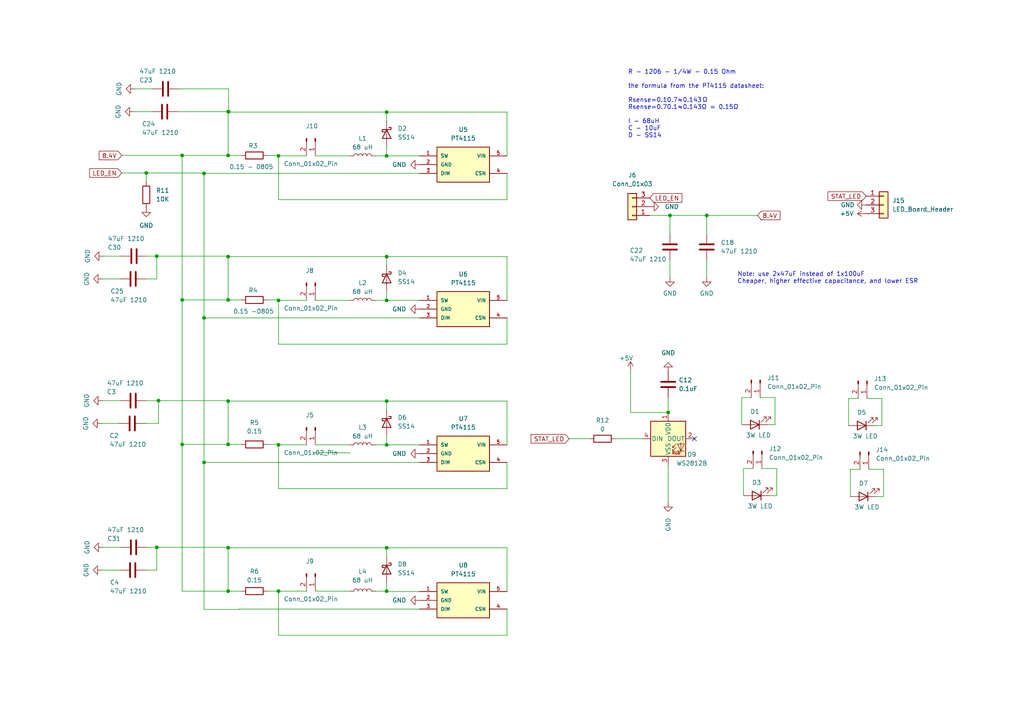
<source format=kicad_sch>
(kicad_sch (version 20230121) (generator eeschema)
  (paper "A4")
  (title_block (title "OpenActionCam") (date "2025-04-10") (rev "0.2") (company "KBader94") (comment 1 "https://github.com/kbader94/OpenActionCam"))
  (lib_symbols
    (symbol "+5V_1" (power) (pin_names (offset 0))
      (property "Value" "+5V_1" (at 0 3.556 0))
      (symbol "+5V_1_0_1"
        (polyline (pts (xy -0.762 1.27) (xy 0 2.54)))
        (polyline (pts (xy 0 0) (xy 0 2.54)))
        (polyline (pts (xy 0 2.54) (xy 0.762 1.27)))
      )
      (symbol "+5V_1_1_1"
        (pin power_in line (at 0 0 90) (length 0) hide (name "+5V") (number "1"))
      )
    )
    (symbol "Connector:Conn_01x02_Pin" (pin_names (offset 1.016) hide)
      (property "Reference" "J" (at 0 2.54 0))
      (property "Value" "Conn_01x02_Pin" (at 0 -5.08 0))
      (symbol "Conn_01x02_Pin_1_1"
        (polyline (pts (xy 1.27 -2.54) (xy 0.8636 -2.54)) (stroke (width 0.1524)))
        (polyline (pts (xy 1.27 0) (xy 0.8636 0)) (stroke (width 0.1524)))
        (rectangle (start 0.8636 -2.413) (end 0 -2.667) (stroke (width 0.1524)) (fill (type outline)))
        (rectangle (start 0.8636 0.127) (end 0 -0.127) (stroke (width 0.1524)) (fill (type outline)))
        (pin passive line (at 5.08 0 180) (length 3.81) (name "Pin_1") (number "1"))
        (pin passive line (at 5.08 -2.54 180) (length 3.81) (name "Pin_2") (number "2"))
      )
    )
    (symbol "Connector_Generic:Conn_01x03" (pin_names (offset 1.016) hide)
      (property "Reference" "J" (at 0 5.08 0))
      (property "Value" "Conn_01x03" (at 0 -5.08 0))
      (symbol "Conn_01x03_1_1"
        (rectangle (start -1.27 -2.413) (end 0 -2.667) (stroke (width 0.1524)))
        (rectangle (start -1.27 0.127) (end 0 -0.127) (stroke (width 0.1524)))
        (rectangle (start -1.27 2.667) (end 0 2.413) (stroke (width 0.1524)))
        (rectangle (start -1.27 3.81) (end 1.27 -3.81) (stroke (width 0.254)) (fill (type background)))
        (pin passive line (at -5.08 2.54 0) (length 3.81) (name "Pin_1") (number "1"))
        (pin passive line (at -5.08 0 0) (length 3.81) (name "Pin_2") (number "2"))
        (pin passive line (at -5.08 -2.54 0) (length 3.81) (name "Pin_3") (number "3"))
      )
    )
    (symbol "Device:C" (pin_numbers hide) (pin_names (offset 0.254))
      (property "Reference" "C" (at 0.635 2.54 0))
      (property "Value" "C" (at 0.635 -2.54 0))
      (symbol "C_0_1"
        (polyline (pts (xy -2.032 -0.762) (xy 2.032 -0.762)) (stroke (width 0.508)))
        (polyline (pts (xy -2.032 0.762) (xy 2.032 0.762)) (stroke (width 0.508)))
      )
      (symbol "C_1_1"
        (pin passive line (at 0 3.81 270) (length 2.794) (name "~") (number "1"))
        (pin passive line (at 0 -3.81 90) (length 2.794) (name "~") (number "2"))
      )
    )
    (symbol "Device:D_Schottky" (pin_numbers hide) (pin_names (offset 1.016) hide)
      (property "Reference" "D" (at 0 2.54 0))
      (property "Value" "D_Schottky" (at 0 -2.54 0))
      (symbol "D_Schottky_0_1"
        (polyline (pts (xy 1.27 0) (xy -1.27 0)))
        (polyline (pts (xy 1.27 1.27) (xy 1.27 -1.27) (xy -1.27 0) (xy 1.27 1.27)) (stroke (width 0.254)))
        (polyline (pts (xy -1.905 0.635) (xy -1.905 1.27) (xy -1.27 1.27) (xy -1.27 -1.27) (xy -0.635 -1.27) (xy -0.635 -0.635)) (stroke (width 0.254)))
      )
      (symbol "D_Schottky_1_1"
        (pin passive line (at -3.81 0 0) (length 2.54) (name "K") (number "1"))
        (pin passive line (at 3.81 0 180) (length 2.54) (name "A") (number "2"))
      )
    )
    (symbol "Device:L" (pin_numbers hide) (pin_names (offset 1.016) hide)
      (property "Reference" "L" (at -1.27 0 90))
      (property "Value" "L" (at 1.905 0 90))
      (symbol "L_0_1"
        (arc (start 0 -2.54) (mid 0.6323 -1.905) (end 0 -1.27))
        (arc (start 0 -1.27) (mid 0.6323 -0.635) (end 0 0))
        (arc (start 0 0) (mid 0.6323 0.635) (end 0 1.27))
        (arc (start 0 1.27) (mid 0.6323 1.905) (end 0 2.54))
      )
      (symbol "L_1_1"
        (pin passive line (at 0 3.81 270) (length 1.27) (name "1") (number "1"))
        (pin passive line (at 0 -3.81 90) (length 1.27) (name "2") (number "2"))
      )
    )
    (symbol "Device:LED" (pin_numbers hide) (pin_names (offset 1.016) hide)
      (property "Reference" "D" (at 0 2.54 0))
      (property "Value" "LED" (at 0 -2.54 0))
      (symbol "LED_0_1"
        (polyline (pts (xy -1.27 -1.27) (xy -1.27 1.27)) (stroke (width 0.254)))
        (polyline (pts (xy -1.27 0) (xy 1.27 0)))
        (polyline (pts (xy 1.27 -1.27) (xy 1.27 1.27) (xy -1.27 0) (xy 1.27 -1.27)) (stroke (width 0.254)))
        (polyline (pts (xy -3.048 -0.762) (xy -4.572 -2.286) (xy -3.81 -2.286) (xy -4.572 -2.286) (xy -4.572 -1.524)))
        (polyline (pts (xy -1.778 -0.762) (xy -3.302 -2.286) (xy -2.54 -2.286) (xy -3.302 -2.286) (xy -3.302 -1.524)))
      )
      (symbol "LED_1_1"
        (pin passive line (at -3.81 0 0) (length 2.54) (name "K") (number "1"))
        (pin passive line (at 3.81 0 180) (length 2.54) (name "A") (number "2"))
      )
    )
    (symbol "Device:R" (pin_numbers hide) (pin_names (offset 0))
      (property "Reference" "R" (at 2.032 0 90))
      (property "Value" "R" (at 0 0 90))
      (symbol "R_0_1"
        (rectangle (start -1.016 -2.54) (end 1.016 2.54) (stroke (width 0.254)))
      )
      (symbol "R_1_1"
        (pin passive line (at 0 3.81 270) (length 1.27) (name "~") (number "1"))
        (pin passive line (at 0 -3.81 90) (length 1.27) (name "~") (number "2"))
      )
    )
    (symbol "LED:WS2812B" (pin_names (offset 0.254))
      (property "Reference" "D" (at 5.08 5.715 0))
      (property "Value" "WS2812B" (at 1.27 -5.715 0))
      (symbol "WS2812B_0_0"
        (text "RGB" (at 2.286 -4.191 0) (effects (font (size 0.762 0.762))))
      )
      (symbol "WS2812B_0_1"
        (polyline (pts (xy 1.27 -3.556) (xy 1.778 -3.556)))
        (polyline (pts (xy 1.27 -2.54) (xy 1.778 -2.54)))
        (polyline (pts (xy 4.699 -3.556) (xy 2.667 -3.556)))
        (polyline (pts (xy 2.286 -2.54) (xy 1.27 -3.556) (xy 1.27 -3.048)))
        (polyline (pts (xy 2.286 -1.524) (xy 1.27 -2.54) (xy 1.27 -2.032)))
        (polyline (pts (xy 3.683 -1.016) (xy 3.683 -3.556) (xy 3.683 -4.064)))
        (polyline (pts (xy 4.699 -1.524) (xy 2.667 -1.524) (xy 3.683 -3.556) (xy 4.699 -1.524)))
        (rectangle (start 5.08 5.08) (end -5.08 -5.08) (stroke (width 0.254)) (fill (type background)))
      )
      (symbol "WS2812B_1_1"
        (pin power_in line (at 0 7.62 270) (length 2.54) (name "VDD") (number "1"))
        (pin output line (at 7.62 0 180) (length 2.54) (name "DOUT") (number "2"))
        (pin power_in line (at 0 -7.62 90) (length 2.54) (name "VSS") (number "3"))
        (pin input line (at -7.62 0 0) (length 2.54) (name "DIN") (number "4"))
      )
    )
    (symbol "PT4115:PT4115" (pin_names (offset 1.016))
      (property "Reference" "U" (at 0 0 0))
      (property "Value" "PT4115" (at 0 0 0))
      (symbol "PT4115_0_0"
        (rectangle (start -7.62 -5.08) (end 7.62 5.08) (stroke (width 0.254)) (fill (type background)))
        (pin bidirectional line (at -12.7 2.54 0) (length 5.08) (name "SW") (number "1"))
        (pin bidirectional line (at -12.7 0 0) (length 5.08) (name "GND") (number "2"))
        (pin bidirectional line (at -12.7 -2.54 0) (length 5.08) (name "DIM") (number "3"))
        (pin bidirectional line (at 12.7 -2.54 180) (length 5.08) (name "CSN") (number "4"))
        (pin bidirectional line (at 12.7 2.54 180) (length 5.08) (name "VIN") (number "5"))
      )
    )
    (symbol "power:+5V" (power) (pin_names (offset 0))
      (property "Value" "+5V" (at 0 3.556 0))
      (symbol "+5V_0_1"
        (polyline (pts (xy -0.762 1.27) (xy 0 2.54)))
        (polyline (pts (xy 0 0) (xy 0 2.54)))
        (polyline (pts (xy 0 2.54) (xy 0.762 1.27)))
      )
      (symbol "+5V_1_1"
        (pin power_in line (at 0 0 90) (length 0) hide (name "+5V") (number "1"))
      )
    )
    (symbol "power:GND" (power) (pin_names (offset 0))
      (property "Value" "GND" (at 0 -3.81 0))
      (symbol "GND_0_1"
        (polyline (pts (xy 0 0) (xy 0 -1.27) (xy 1.27 -1.27) (xy 0 -2.54) (xy -1.27 -1.27) (xy 0 -1.27)))
      )
      (symbol "GND_1_1"
        (pin power_in line (at 0 0 270) (length 0) hide (name "GND") (number "1"))
      )
    )
  )
  (junction (at 112.141 171.45))
  (junction (at 80.772 87.122))
  (junction (at 193.802 119.634))
  (junction (at 80.772 45.212))
  (junction (at 66.167 45.085))
  (junction (at 66.167 158.877))
  (junction (at 66.167 86.995))
  (junction (at 112.141 129.032))
  (junction (at 112.141 45.212))
  (junction (at 59.182 134.112))
  (junction (at 66.167 171.45))
  (junction (at 45.466 158.75))
  (junction (at 59.182 92.202))
  (junction (at 80.772 171.45))
  (junction (at 59.182 50.292))
  (junction (at 66.294 32.385))
  (junction (at 66.167 116.332))
  (junction (at 112.141 158.877))
  (junction (at 112.141 116.332))
  (junction (at 194.31 62.484))
  (junction (at 80.772 129.032))
  (junction (at 45.466 74.295))
  (junction (at 112.141 87.122))
  (junction (at 204.978 62.484))
  (junction (at 45.974 116.205))
  (junction (at 66.167 74.422))
  (junction (at 112.141 32.512))
  (junction (at 42.418 50.165))
  (junction (at 112.141 74.422))
  (junction (at 66.167 32.385))
  (junction (at 52.832 45.085))
  (junction (at 52.832 86.995))
  (junction (at 66.167 128.905))
  (junction (at 52.832 128.905))
  (no_connect (at 201.422 127.254))
  (wire (pts (xy 188.468 62.484) (xy 194.31 62.484)))
  (wire (pts (xy 66.167 32.385) (xy 66.294 32.385)))
  (wire (pts (xy 29.718 80.899) (xy 34.798 80.899)))
  (wire (pts (xy 165.1 127.254) (xy 170.942 127.254)))
  (wire (pts (xy 35.306 45.085) (xy 52.832 45.085)))
  (wire (pts (xy 91.44 171.45) (xy 101.346 171.45)))
  (wire (pts (xy 80.772 45.212) (xy 88.9 45.212)))
  (wire (pts (xy 80.772 87.122) (xy 80.772 86.995)))
  (wire (pts (xy 77.597 86.995) (xy 80.772 86.995)))
  (wire (pts (xy 69.342 176.784) (xy 59.182 176.784)))
  (wire (pts (xy 218.44 135.89) (xy 215.646 135.89)))
  (wire (pts (xy 147.066 74.422) (xy 147.066 87.122)))
  (wire (pts (xy 80.772 99.822) (xy 147.066 99.822)))
  (wire (pts (xy 45.974 122.809) (xy 45.974 116.205)))
  (wire (pts (xy 112.141 171.577) (xy 121.666 171.577)))
  (wire (pts (xy 59.182 134.112) (xy 59.182 176.784)))
  (wire (pts (xy 225.298 143.764) (xy 223.266 143.764)))
  (wire (pts (xy 108.966 87.122) (xy 112.141 87.122)))
  (wire (pts (xy 66.167 74.422) (xy 112.141 74.422)))
  (wire (pts (xy 52.832 171.45) (xy 66.167 171.45)))
  (wire (pts (xy 42.418 116.205) (xy 45.974 116.205)))
  (wire (pts (xy 66.294 25.781) (xy 66.294 32.385)))
  (wire (pts (xy 29.464 122.809) (xy 34.544 122.809)))
  (wire (pts (xy 77.597 171.45) (xy 80.772 171.45)))
  (wire (pts (xy 215.138 115.316) (xy 215.138 123.19)))
  (wire (pts (xy 246.126 115.57) (xy 246.126 123.444)))
  (wire (pts (xy 80.772 184.277) (xy 147.066 184.277)))
  (wire (pts (xy 66.167 116.332) (xy 66.167 128.905)))
  (wire (pts (xy 224.79 115.316) (xy 224.79 123.19)))
  (wire (pts (xy 220.98 135.89) (xy 225.298 135.89)))
  (wire (pts (xy 45.466 80.899) (xy 45.466 74.295)))
  (wire (pts (xy 42.418 50.165) (xy 59.182 50.165)))
  (wire (pts (xy 42.418 80.899) (xy 45.466 80.899)))
  (wire (pts (xy 59.182 50.292) (xy 59.182 50.165)))
  (wire (pts (xy 69.342 176.657) (xy 121.666 176.657)))
  (wire (pts (xy 45.974 116.205) (xy 66.167 116.205)))
  (wire (pts (xy 80.772 99.822) (xy 80.772 87.122)))
  (wire (pts (xy 112.141 169.037) (xy 112.141 171.45)))
  (wire (pts (xy 147.066 99.822) (xy 147.066 92.202)))
  (wire (pts (xy 112.141 129.032) (xy 121.666 129.032)))
  (wire (pts (xy 52.832 86.995) (xy 52.832 128.905)))
  (wire (pts (xy 52.832 128.905) (xy 66.167 128.905)))
  (wire (pts (xy 29.972 74.295) (xy 35.052 74.295)))
  (wire (pts (xy 42.545 158.75) (xy 45.466 158.75)))
  (wire (pts (xy 51.562 32.385) (xy 66.167 32.385)))
  (wire (pts (xy 108.966 129.032) (xy 112.141 129.032)))
  (wire (pts (xy 112.141 32.512) (xy 112.141 35.052)))
  (wire (pts (xy 101.346 131.318) (xy 101.346 131.572)))
  (wire (pts (xy 77.597 45.085) (xy 80.772 45.085)))
  (wire (pts (xy 29.591 165.354) (xy 34.671 165.354)))
  (wire (pts (xy 182.88 119.634) (xy 193.802 119.634)))
  (wire (pts (xy 112.141 158.877) (xy 112.141 161.417)))
  (wire (pts (xy 66.167 158.877) (xy 66.167 171.45)))
  (wire (pts (xy 194.31 80.518) (xy 194.31 75.438)))
  (wire (pts (xy 147.066 184.277) (xy 147.066 176.657)))
  (wire (pts (xy 91.44 45.212) (xy 101.346 45.212)))
  (wire (pts (xy 112.141 42.672) (xy 112.141 45.212)))
  (wire (pts (xy 248.92 115.57) (xy 246.126 115.57)))
  (wire (pts (xy 80.772 87.122) (xy 88.9 87.122)))
  (wire (pts (xy 59.182 50.292) (xy 59.182 92.202)))
  (wire (pts (xy 66.167 45.085) (xy 69.977 45.085)))
  (wire (pts (xy 29.845 158.75) (xy 34.925 158.75)))
  (wire (pts (xy 204.978 62.484) (xy 219.71 62.484)))
  (wire (pts (xy 91.44 129.032) (xy 101.346 129.032)))
  (wire (pts (xy 80.772 57.912) (xy 80.772 45.212)))
  (wire (pts (xy 42.418 52.705) (xy 42.418 50.165)))
  (wire (pts (xy 59.182 92.202) (xy 59.182 134.112)))
  (wire (pts (xy 42.672 74.295) (xy 45.466 74.295)))
  (wire (pts (xy 66.167 74.422) (xy 66.167 74.295)))
  (wire (pts (xy 215.646 135.89) (xy 215.646 143.764)))
  (wire (pts (xy 225.298 135.89) (xy 225.298 143.764)))
  (wire (pts (xy 59.182 92.202) (xy 121.666 92.202)))
  (wire (pts (xy 112.141 126.492) (xy 112.141 129.032)))
  (wire (pts (xy 52.832 128.905) (xy 52.832 171.45)))
  (wire (pts (xy 66.167 32.385) (xy 66.167 45.085)))
  (wire (pts (xy 45.466 74.295) (xy 66.167 74.295)))
  (wire (pts (xy 220.472 115.316) (xy 224.79 115.316)))
  (wire (pts (xy 91.44 131.318) (xy 101.346 131.318)))
  (wire (pts (xy 80.772 171.45) (xy 88.9 171.45)))
  (wire (pts (xy 112.141 32.512) (xy 147.066 32.512)))
  (wire (pts (xy 147.066 32.512) (xy 147.066 45.212)))
  (wire (pts (xy 147.066 141.732) (xy 147.066 134.112)))
  (wire (pts (xy 193.802 134.874) (xy 193.802 145.796)))
  (wire (pts (xy 246.634 136.144) (xy 246.634 144.018)))
  (wire (pts (xy 147.066 158.877) (xy 147.066 171.577)))
  (wire (pts (xy 39.116 25.781) (xy 44.196 25.781)))
  (wire (pts (xy 59.182 134.112) (xy 121.666 134.112)))
  (wire (pts (xy 80.772 184.277) (xy 80.772 171.45)))
  (wire (pts (xy 59.182 50.292) (xy 121.666 50.292)))
  (wire (pts (xy 66.167 86.995) (xy 52.832 86.995)))
  (wire (pts (xy 80.772 129.032) (xy 80.772 141.732)))
  (wire (pts (xy 193.802 115.316) (xy 193.802 119.634)))
  (wire (pts (xy 108.966 171.45) (xy 112.141 171.45)))
  (wire (pts (xy 178.562 127.254) (xy 186.182 127.254)))
  (wire (pts (xy 77.597 128.905) (xy 80.772 128.905)))
  (wire (pts (xy 204.978 80.518) (xy 204.978 75.438)))
  (wire (pts (xy 66.167 116.332) (xy 66.167 116.205)))
  (wire (pts (xy 66.167 158.877) (xy 66.167 158.75)))
  (wire (pts (xy 112.141 116.332) (xy 112.141 118.872)))
  (wire (pts (xy 66.294 32.512) (xy 66.294 32.385)))
  (wire (pts (xy 66.167 158.877) (xy 112.141 158.877)))
  (wire (pts (xy 45.466 165.354) (xy 45.466 158.75)))
  (wire (pts (xy 66.167 86.995) (xy 69.977 86.995)))
  (wire (pts (xy 80.772 141.732) (xy 147.066 141.732)))
  (wire (pts (xy 80.772 129.032) (xy 80.772 128.905)))
  (wire (pts (xy 35.306 50.165) (xy 42.418 50.165)))
  (wire (pts (xy 112.141 171.45) (xy 112.141 171.577)))
  (wire (pts (xy 42.291 165.354) (xy 45.466 165.354)))
  (wire (pts (xy 52.832 86.995) (xy 52.832 45.085)))
  (wire (pts (xy 251.968 136.144) (xy 256.286 136.144)))
  (wire (pts (xy 147.066 116.332) (xy 147.066 129.032)))
  (wire (pts (xy 66.167 74.422) (xy 66.167 86.995)))
  (wire (pts (xy 255.778 123.444) (xy 253.746 123.444)))
  (wire (pts (xy 29.718 116.205) (xy 34.798 116.205)))
  (wire (pts (xy 224.79 123.19) (xy 222.758 123.19)))
  (wire (pts (xy 108.966 45.212) (xy 112.141 45.212)))
  (wire (pts (xy 66.167 116.332) (xy 112.141 116.332)))
  (wire (pts (xy 38.862 32.385) (xy 43.942 32.385)))
  (wire (pts (xy 80.772 45.212) (xy 80.772 45.085)))
  (wire (pts (xy 204.978 62.484) (xy 204.978 67.818)))
  (wire (pts (xy 251.46 115.57) (xy 255.778 115.57)))
  (wire (pts (xy 112.141 84.582) (xy 112.141 87.122)))
  (wire (pts (xy 112.141 116.332) (xy 147.066 116.332)))
  (wire (pts (xy 80.772 57.912) (xy 147.066 57.912)))
  (wire (pts (xy 147.066 57.912) (xy 147.066 50.292)))
  (wire (pts (xy 52.832 45.085) (xy 66.167 45.085)))
  (wire (pts (xy 69.342 176.784) (xy 69.342 176.657)))
  (wire (pts (xy 112.141 158.877) (xy 147.066 158.877)))
  (wire (pts (xy 66.167 171.45) (xy 69.977 171.45)))
  (wire (pts (xy 51.816 25.781) (xy 66.294 25.781)))
  (wire (pts (xy 42.164 122.809) (xy 45.974 122.809)))
  (wire (pts (xy 182.88 107.442) (xy 182.88 119.634)))
  (wire (pts (xy 112.141 87.122) (xy 121.666 87.122)))
  (wire (pts (xy 217.932 115.316) (xy 215.138 115.316)))
  (wire (pts (xy 249.428 136.144) (xy 246.634 136.144)))
  (wire (pts (xy 91.44 87.122) (xy 101.346 87.122)))
  (wire (pts (xy 112.141 74.422) (xy 112.141 76.962)))
  (wire (pts (xy 255.778 115.57) (xy 255.778 123.444)))
  (wire (pts (xy 66.294 32.512) (xy 112.141 32.512)))
  (wire (pts (xy 45.466 158.75) (xy 66.167 158.75)))
  (wire (pts (xy 66.167 128.905) (xy 69.977 128.905)))
  (wire (pts (xy 194.31 62.484) (xy 194.31 67.818)))
  (wire (pts (xy 256.286 144.018) (xy 254.254 144.018)))
  (wire (pts (xy 256.286 136.144) (xy 256.286 144.018)))
  (wire (pts (xy 80.772 129.032) (xy 88.9 129.032)))
  (wire (pts (xy 194.31 62.484) (xy 204.978 62.484)))
  (wire (pts (xy 112.141 74.422) (xy 147.066 74.422)))
  (wire (pts (xy 112.141 45.212) (xy 121.666 45.212)))
  (text "R - 1206 - 1/4W - 0.15 Ohm\n\nthe formula from the PT4115 datasheet:\n\nRsense=0.10.7≈0.143 Ω\nRsense​=0.70.1​≈0.143Ω = 0.15Ω\n\nI - 68uH\nC - 10uF\nD - SS14\n" (at 182.118 40.132 0) (effects (font (size 1.27 1.27)) (justify left bottom)))
  (text "Note: use 2x47uF instead of 1x100uF\nCheaper, higher effective capacitance, and lower ESR\n" (at 213.868 82.423 0) (effects (font (size 1.27 1.27)) (justify left bottom)))
  (global_label "8.4V" (shape input) (at 219.71 62.484 0) (property "Intersheetrefs" "${INTERSHEET_REFS}" (effects hide)))
  (global_label "LED_EN" (shape input) (at 188.468 57.404 0) (property "Intersheetrefs" "${INTERSHEET_REFS}" (effects hide)))
  (global_label "8.4V" (shape input) (at 35.306 45.085 180) (property "Intersheetrefs" "${INTERSHEET_REFS}" (effects hide)))
  (global_label "STAT_LED" (shape input) (at 165.1 127.254 180) (property "Intersheetrefs" "${INTERSHEET_REFS}" (effects hide)))
  (global_label "LED_EN" (shape input) (at 35.306 50.165 180) (property "Intersheetrefs" "${INTERSHEET_REFS}" (effects hide)))
  (global_label "STAT_LED" (shape input) (at 251.206 56.896 180) (property "Intersheetrefs" "${INTERSHEET_REFS}" (effects hide)))
  (symbol (lib_id "Device:LED") (at 249.936 123.444 180) (unit 1)
    (property "Reference" "D5" (at 249.936 119.634 0))
    (property "Value" "3W LED" (at 250.952 126.492 0))
    (property "Footprint" "LEDS - BEAD 3W LED:BEAD-3W-W-120-04" (effects hide))
  )
  (symbol (lib_id "Device:L") (at 105.156 87.122 90) (unit 1)
    (property "Reference" "L2" (at 105.156 82.042 90))
    (property "Value" "68 uH" (at 105.156 84.582 90))
    (property "Footprint" "Inductor - DR74 68uH:DR74" (effects hide))
  )
  (symbol (lib_id "Device:C") (at 38.481 165.354 270) (unit 1)
    (property "Reference" "C4" (at 31.877 168.91 90) (effects (justify left)))
    (property "Value" "47uF 1210" (at 31.877 171.45 90) (effects (justify left)))
    (property "Footprint" "Resistor_SMD:R_1210_3225Metric_Pad1.30x2.65mm_HandSolder" (effects hide))
  )
  (symbol (lib_id "Connector:Conn_01x02_Pin") (at 91.44 40.132 270) (unit 1)
    (property "Reference" "J10" (at 88.646 36.576 90) (effects (justify left)))
    (property "Value" "Conn_01x02_Pin" (at 82.296 47.498 90) (effects (justify left)))
    (property "Footprint" "Connector_PinHeader_2.54mm:PinHeader_1x02_P2.54mm_Vertical" (effects hide))
  )
  (symbol (lib_id "Device:C") (at 38.608 116.205 270) (unit 1)
    (property "Reference" "C3" (at 30.988 113.665 90) (effects (justify left)))
    (property "Value" "47uF 1210" (at 30.988 111.125 90) (effects (justify left)))
    (property "Footprint" "Resistor_SMD:R_1210_3225Metric_Pad1.30x2.65mm_HandSolder" (effects hide))
  )
  (symbol (lib_id "power:GND") (at 29.464 122.809 270) (unit 1)
    (property "Reference" "#PWR09" (effects hide))
    (property "Value" "GND" (at 24.892 122.809 0))
  )
  (symbol (lib_id "power:GND") (at 193.802 107.696 180) (unit 1)
    (property "Reference" "#PWR032" (effects hide))
    (property "Value" "GND" (at 193.802 102.362 0))
  )
  (symbol (lib_id "Device:D_Schottky") (at 112.141 122.682 270) (unit 1)
    (property "Reference" "D6" (at 115.316 121.0945 90) (effects (justify left)))
    (property "Value" "SS14" (at 115.316 123.6345 90) (effects (justify left)))
    (property "Footprint" "Diode_SMD:D_SMA_Handsoldering" (effects hide))
  )
  (symbol (lib_id "power:GND") (at 39.116 25.781 270) (unit 1)
    (property "Reference" "#PWR035" (effects hide))
    (property "Value" "GND" (at 34.544 25.781 0))
  )
  (symbol (lib_id "power:GND") (at 121.666 47.752 270) (unit 1)
    (property "Reference" "#PWR08" (effects hide))
    (property "Value" "GND" (at 117.856 47.752 90) (effects (justify right)))
  )
  (symbol (lib_id "power:GND") (at 29.972 74.295 270) (unit 1)
    (property "Reference" "#PWR068" (effects hide))
    (property "Value" "GND" (at 25.4 74.295 0))
  )
  (symbol (lib_id "Device:D_Schottky") (at 112.141 38.862 270) (unit 1)
    (property "Reference" "D2" (at 115.316 37.2745 90) (effects (justify left)))
    (property "Value" "SS14" (at 115.316 39.8145 90) (effects (justify left)))
    (property "Footprint" "Diode_SMD:D_SMA_Handsoldering" (effects hide))
  )
  (symbol (lib_id "power:GND") (at 188.468 59.944 90) (unit 1)
    (property "Reference" "#PWR065" (effects hide))
    (property "Value" "GND" (at 192.786 59.944 90) (effects (justify right)))
  )
  (symbol (lib_name "+5V_1") (lib_id "power:+5V") (at 251.206 61.976 90) (unit 1)
    (property "Reference" "#PWR071" (effects hide))
    (property "Value" "+5V" (at 247.65 61.976 90) (effects (justify left)))
  )
  (symbol (lib_id "power:GND") (at 29.718 80.899 270) (unit 1)
    (property "Reference" "#PWR058" (effects hide))
    (property "Value" "GND" (at 25.146 80.899 0))
  )
  (symbol (lib_id "PT4115:PT4115") (at 134.366 47.752 0) (unit 1)
    (property "Reference" "U5" (at 134.366 37.592 0))
    (property "Value" "PT4115" (at 134.366 40.132 0))
    (property "Footprint" "PT4115:SOT-89-5" (effects hide))
    (property "MF" "Pulse" (effects hide))
    (property "Description" "\n                        \n                            \n                        \n" (effects hide))
    (property "Package" "None" (effects hide))
    (property "Price" "None" (effects hide))
    (property "SnapEDA_Link" "https://www.snapeda.com/parts/PT4115/Pulse/view-part/?ref=snap" (effects hide))
    (property "MP" "PT4115" (effects hide))
    (property "Availability" "Not in stock" (effects hide))
    (property "Check_prices" "https://www.snapeda.com/parts/PT4115/Pulse/view-part/?ref=eda" (effects hide))
  )
  (symbol (lib_id "power:GND") (at 121.666 131.572 270) (unit 1)
    (property "Reference" "#PWR013" (effects hide))
    (property "Value" "GND" (at 117.856 131.572 90) (effects (justify right)))
  )
  (symbol (lib_id "Connector:Conn_01x02_Pin") (at 91.44 82.042 270) (unit 1)
    (property "Reference" "J8" (at 88.646 78.486 90) (effects (justify left)))
    (property "Value" "Conn_01x02_Pin" (at 82.296 89.408 90) (effects (justify left)))
    (property "Footprint" "Connector_PinHeader_2.54mm:PinHeader_1x02_P2.54mm_Vertical" (effects hide))
  )
  (symbol (lib_id "Device:C") (at 194.31 71.628 0) (unit 1)
    (property "Reference" "C22" (at 182.626 72.644 0) (effects (justify left)))
    (property "Value" "47uF 1210" (at 182.626 75.184 0) (effects (justify left)))
    (property "Footprint" "Resistor_SMD:R_1210_3225Metric_Pad1.30x2.65mm_HandSolder" (effects hide))
  )
  (symbol (lib_id "Device:R") (at 174.752 127.254 90) (unit 1)
    (property "Reference" "R12" (at 174.752 121.92 90))
    (property "Value" "0" (at 174.752 124.46 90))
    (property "Footprint" "Resistor_SMD:R_0603_1608Metric_Pad0.98x0.95mm_HandSolder" (effects hide))
  )
  (symbol (lib_id "Connector_Generic:Conn_01x03") (at 256.286 59.436 0) (unit 1)
    (property "Reference" "J15" (at 258.826 58.166 0) (effects (justify left)))
    (property "Value" "LED_Board_Header" (at 258.826 60.706 0) (effects (justify left)))
    (property "Footprint" "Connector_PinHeader_2.54mm:PinHeader_1x03_P2.54mm_Vertical" (effects hide))
  )
  (symbol (lib_id "Device:R") (at 42.418 56.515 0) (unit 1)
    (property "Reference" "R11" (at 45.212 55.245 0) (effects (justify left)))
    (property "Value" "10K" (at 45.212 57.785 0) (effects (justify left)))
    (property "Footprint" "Resistor_SMD:R_0603_1608Metric_Pad0.98x0.95mm_HandSolder" (effects hide))
  )
  (symbol (lib_id "Device:C") (at 38.735 158.75 270) (unit 1)
    (property "Reference" "C31" (at 31.115 156.21 90) (effects (justify left)))
    (property "Value" "47uF 1210" (at 31.115 153.67 90) (effects (justify left)))
    (property "Footprint" "Resistor_SMD:R_1210_3225Metric_Pad1.30x2.65mm_HandSolder" (effects hide))
  )
  (symbol (lib_id "Device:LED") (at 218.948 123.19 180) (unit 1)
    (property "Reference" "D1" (at 218.948 119.38 0))
    (property "Value" "3W LED" (at 219.964 126.238 0))
    (property "Footprint" "LEDS - BEAD 3W LED:BEAD-3W-W-120-04" (effects hide))
  )
  (symbol (lib_id "Device:C") (at 38.608 80.899 270) (unit 1)
    (property "Reference" "C25" (at 32.004 84.455 90) (effects (justify left)))
    (property "Value" "47uF 1210" (at 32.004 86.995 90) (effects (justify left)))
    (property "Footprint" "Resistor_SMD:R_1210_3225Metric_Pad1.30x2.65mm_HandSolder" (effects hide))
  )
  (symbol (lib_id "power:GND") (at 251.206 59.436 270) (unit 1)
    (property "Reference" "#PWR072" (effects hide))
    (property "Value" "GND" (at 247.904 59.436 90) (effects (justify right)))
  )
  (symbol (lib_id "Device:C") (at 38.354 122.809 270) (unit 1)
    (property "Reference" "C2" (at 31.75 126.365 90) (effects (justify left)))
    (property "Value" "47uF 1210" (at 31.75 128.905 90) (effects (justify left)))
    (property "Footprint" "Resistor_SMD:R_1210_3225Metric_Pad1.30x2.65mm_HandSolder" (effects hide))
  )
  (symbol (lib_id "Connector:Conn_01x02_Pin") (at 251.46 110.49 270) (unit 1)
    (property "Reference" "J13" (at 253.492 109.855 90) (effects (justify left)))
    (property "Value" "Conn_01x02_Pin" (at 253.492 112.395 90) (effects (justify left)))
    (property "Footprint" "Connector_PinHeader_2.54mm:PinHeader_1x02_P2.54mm_Vertical" (effects hide))
  )
  (symbol (lib_id "power:GND") (at 121.666 174.117 270) (unit 1)
    (property "Reference" "#PWR015" (effects hide))
    (property "Value" "GND" (at 117.856 174.117 90) (effects (justify right)))
  )
  (symbol (lib_id "Device:L") (at 105.156 171.45 90) (unit 1)
    (property "Reference" "L4" (at 105.156 165.735 90))
    (property "Value" "68 uH" (at 105.156 168.275 90))
    (property "Footprint" "Inductor - DR74 68uH:DR74" (effects hide))
  )
  (symbol (lib_id "Device:R") (at 73.787 171.45 90) (unit 1)
    (property "Reference" "R6" (at 73.787 165.735 90))
    (property "Value" "0.15" (at 73.787 168.275 90))
    (property "Footprint" "Resistor_SMD:R_0805_2012Metric_Pad1.20x1.40mm_HandSolder" (effects hide))
  )
  (symbol (lib_id "power:GND") (at 29.591 165.354 270) (unit 1)
    (property "Reference" "#PWR012" (effects hide))
    (property "Value" "GND" (at 25.019 165.354 0))
  )
  (symbol (lib_id "Connector_Generic:Conn_01x03") (at 183.388 59.944 180) (unit 1)
    (property "Reference" "J6" (at 183.388 50.8 0))
    (property "Value" "Conn_01x03" (at 183.388 53.34 0))
    (property "Footprint" "Connector_PinHeader_2.54mm:PinHeader_1x03_P2.54mm_Vertical" (effects hide))
  )
  (symbol (lib_id "Device:C") (at 204.978 71.628 0) (unit 1)
    (property "Reference" "C18" (at 209.042 70.358 0) (effects (justify left)))
    (property "Value" "47uF 1210" (at 209.042 72.898 0) (effects (justify left)))
    (property "Footprint" "Resistor_SMD:R_1210_3225Metric_Pad1.30x2.65mm_HandSolder" (effects hide))
  )
  (symbol (lib_id "PT4115:PT4115") (at 134.366 89.662 0) (unit 1)
    (property "Reference" "U6" (at 134.366 79.502 0))
    (property "Value" "PT4115" (at 134.366 82.042 0))
    (property "Footprint" "PT4115:SOT-89-5" (effects hide))
    (property "MF" "Pulse" (effects hide))
    (property "Description" "\n                        \n                            \n                        \n" (effects hide))
    (property "Package" "None" (effects hide))
    (property "Price" "None" (effects hide))
    (property "SnapEDA_Link" "https://www.snapeda.com/parts/PT4115/Pulse/view-part/?ref=snap" (effects hide))
    (property "MP" "PT4115" (effects hide))
    (property "Availability" "Not in stock" (effects hide))
    (property "Check_prices" "https://www.snapeda.com/parts/PT4115/Pulse/view-part/?ref=eda" (effects hide))
  )
  (symbol (lib_id "power:GND") (at 204.978 80.518 0) (unit 1)
    (property "Reference" "#PWR033" (effects hide))
    (property "Value" "GND" (at 204.978 85.09 0))
  )
  (symbol (lib_id "power:GND") (at 38.862 32.385 270) (unit 1)
    (property "Reference" "#PWR036" (effects hide))
    (property "Value" "GND" (at 34.29 32.385 0))
  )
  (symbol (lib_id "power:GND") (at 42.418 60.325 0) (unit 1)
    (property "Reference" "#PWR026" (effects hide))
    (property "Value" "GND" (at 42.418 65.405 0))
  )
  (symbol (lib_id "Connector:Conn_01x02_Pin") (at 91.44 123.952 270) (unit 1)
    (property "Reference" "J5" (at 88.646 120.396 90) (effects (justify left)))
    (property "Value" "Conn_01x02_Pin" (at 82.296 131.318 90) (effects (justify left)))
    (property "Footprint" "Connector_PinHeader_2.54mm:PinHeader_1x02_P2.54mm_Vertical" (effects hide))
  )
  (symbol (lib_id "power:GND") (at 29.718 116.205 270) (unit 1)
    (property "Reference" "#PWR010" (effects hide))
    (property "Value" "GND" (at 25.146 116.205 0))
  )
  (symbol (lib_id "Device:C") (at 47.752 32.385 270) (unit 1)
    (property "Reference" "C24" (at 41.148 35.941 90) (effects (justify left)))
    (property "Value" "47uF 1210" (at 41.148 38.481 90) (effects (justify left)))
    (property "Footprint" "Resistor_SMD:R_1210_3225Metric_Pad1.30x2.65mm_HandSolder" (effects hide))
  )
  (symbol (lib_id "Device:LED") (at 250.444 144.018 180) (unit 1)
    (property "Reference" "D7" (at 250.444 140.208 0))
    (property "Value" "3W LED" (at 251.46 147.066 0))
    (property "Footprint" "LEDS - BEAD 3W LED:BEAD-3W-W-120-04" (effects hide))
  )
  (symbol (lib_id "Device:LED") (at 219.456 143.764 180) (unit 1)
    (property "Reference" "D3" (at 219.456 139.954 0))
    (property "Value" "3W LED" (at 220.472 146.812 0))
    (property "Footprint" "LEDS - BEAD 3W LED:BEAD-3W-W-120-04" (effects hide))
  )
  (symbol (lib_id "Device:C") (at 38.862 74.295 270) (unit 1)
    (property "Reference" "C30" (at 31.242 71.755 90) (effects (justify left)))
    (property "Value" "47uF 1210" (at 31.242 69.215 90) (effects (justify left)))
    (property "Footprint" "Resistor_SMD:R_1210_3225Metric_Pad1.30x2.65mm_HandSolder" (effects hide))
  )
  (symbol (lib_id "Device:R") (at 73.787 128.905 90) (unit 1)
    (property "Reference" "R5" (at 73.787 122.555 90))
    (property "Value" "0.15" (at 73.787 125.095 90))
    (property "Footprint" "Resistor_SMD:R_0805_2012Metric_Pad1.20x1.40mm_HandSolder" (effects hide))
  )
  (symbol (lib_id "Device:L") (at 105.156 129.032 90) (unit 1)
    (property "Reference" "L3" (at 105.156 123.952 90))
    (property "Value" "68 uH" (at 105.156 126.492 90))
    (property "Footprint" "Inductor - DR74 68uH:DR74" (effects hide))
  )
  (symbol (lib_id "LED:WS2812B") (at 193.802 127.254 0) (unit 1)
    (property "Reference" "D9" (at 200.66 131.826 0))
    (property "Value" "WS2812B" (at 200.66 134.366 0))
    (property "Footprint" "LED_SMD:LED_WS2812B_PLCC4_5.0x5.0mm_P3.2mm" (effects hide))
    (property "Datasheet" "https://cdn-shop.adafruit.com/datasheets/WS2812B.pdf" (effects hide))
  )
  (symbol (lib_id "power:GND") (at 193.802 145.796 0) (unit 1)
    (property "Reference" "#PWR016" (effects hide))
    (property "Value" "GND" (at 193.802 150.114 90) (effects (justify right)))
  )
  (symbol (lib_id "power:GND") (at 121.666 89.662 270) (unit 1)
    (property "Reference" "#PWR011" (effects hide))
    (property "Value" "GND" (at 117.856 89.662 90) (effects (justify right)))
  )
  (symbol (lib_id "PT4115:PT4115") (at 134.366 131.572 0) (unit 1)
    (property "Reference" "U7" (at 134.366 121.412 0))
    (property "Value" "PT4115" (at 134.366 123.952 0))
    (property "Footprint" "PT4115:SOT-89-5" (effects hide))
    (property "MF" "Pulse" (effects hide))
    (property "Description" "\n                        \n                            \n                        \n" (effects hide))
    (property "Package" "None" (effects hide))
    (property "Price" "None" (effects hide))
    (property "SnapEDA_Link" "https://www.snapeda.com/parts/PT4115/Pulse/view-part/?ref=snap" (effects hide))
    (property "MP" "PT4115" (effects hide))
    (property "Availability" "Not in stock" (effects hide))
    (property "Check_prices" "https://www.snapeda.com/parts/PT4115/Pulse/view-part/?ref=eda" (effects hide))
  )
  (symbol (lib_id "power:+5V") (at 182.88 107.442 0) (unit 1)
    (property "Reference" "#PWR020" (effects hide))
    (property "Value" "+5V" (at 181.61 103.886 0))
  )
  (symbol (lib_id "Device:D_Schottky") (at 112.141 165.227 270) (unit 1)
    (property "Reference" "D8" (at 115.316 163.6395 90) (effects (justify left)))
    (property "Value" "SS14" (at 115.316 166.1795 90) (effects (justify left)))
    (property "Footprint" "Diode_SMD:D_SMA_Handsoldering" (effects hide))
  )
  (symbol (lib_id "power:GND") (at 29.845 158.75 270) (unit 1)
    (property "Reference" "#PWR069" (effects hide))
    (property "Value" "GND" (at 25.273 158.75 0))
  )
  (symbol (lib_id "Device:R") (at 73.787 86.995 90) (unit 1)
    (property "Reference" "R4" (at 73.406 84.201 90))
    (property "Value" "0.15 -0805" (at 73.533 90.297 90))
    (property "Footprint" "Resistor_SMD:R_0805_2012Metric_Pad1.20x1.40mm_HandSolder" (effects hide))
  )
  (symbol (lib_id "Device:L") (at 105.156 45.212 90) (unit 1)
    (property "Reference" "L1" (at 105.156 40.132 90))
    (property "Value" "68 uH" (at 105.156 42.672 90))
    (property "Footprint" "Inductor - DR74 68uH:DR74" (effects hide))
  )
  (symbol (lib_id "Device:C") (at 193.802 111.506 0) (unit 1)
    (property "Reference" "C12" (at 196.85 110.236 0) (effects (justify left)))
    (property "Value" "0.1uF" (at 196.85 112.776 0) (effects (justify left)))
    (property "Footprint" "Capacitor_SMD:C_0603_1608Metric_Pad1.08x0.95mm_HandSolder" (effects hide))
  )
  (symbol (lib_id "Device:R") (at 73.787 45.085 90) (unit 1)
    (property "Reference" "R3" (at 73.406 42.291 90))
    (property "Value" "0.15 - 0805" (at 72.898 48.387 90))
    (property "Footprint" "Resistor_SMD:R_0805_2012Metric_Pad1.20x1.40mm_HandSolder" (effects hide))
  )
  (symbol (lib_id "PT4115:PT4115") (at 134.366 174.117 0) (unit 1)
    (property "Reference" "U8" (at 134.366 163.957 0))
    (property "Value" "PT4115" (at 134.366 166.497 0))
    (property "Footprint" "PT4115:SOT-89-5" (effects hide))
    (property "MF" "Pulse" (effects hide))
    (property "Description" "\n                        \n                            \n                        \n" (effects hide))
    (property "Package" "None" (effects hide))
    (property "Price" "None" (effects hide))
    (property "SnapEDA_Link" "https://www.snapeda.com/parts/PT4115/Pulse/view-part/?ref=snap" (effects hide))
    (property "MP" "PT4115" (effects hide))
    (property "Availability" "Not in stock" (effects hide))
    (property "Check_prices" "https://www.snapeda.com/parts/PT4115/Pulse/view-part/?ref=eda" (effects hide))
  )
  (symbol (lib_id "Device:D_Schottky") (at 112.141 80.772 270) (unit 1)
    (property "Reference" "D4" (at 115.316 79.1845 90) (effects (justify left)))
    (property "Value" "SS14" (at 115.316 81.7245 90) (effects (justify left)))
    (property "Footprint" "Diode_SMD:D_SMA_Handsoldering" (effects hide))
  )
  (symbol (lib_id "power:GND") (at 194.31 80.518 0) (unit 1)
    (property "Reference" "#PWR034" (effects hide))
    (property "Value" "GND" (at 194.31 85.09 0))
  )
  (symbol (lib_id "Connector:Conn_01x02_Pin") (at 91.44 166.37 270) (unit 1)
    (property "Reference" "J9" (at 88.646 162.814 90) (effects (justify left)))
    (property "Value" "Conn_01x02_Pin" (at 82.296 173.736 90) (effects (justify left)))
    (property "Footprint" "Connector_PinHeader_2.54mm:PinHeader_1x02_P2.54mm_Vertical" (effects hide))
  )
  (symbol (lib_id "Connector:Conn_01x02_Pin") (at 220.472 110.236 270) (unit 1)
    (property "Reference" "J11" (at 222.504 109.601 90) (effects (justify left)))
    (property "Value" "Conn_01x02_Pin" (at 222.504 112.141 90) (effects (justify left)))
    (property "Footprint" "Connector_PinHeader_2.54mm:PinHeader_1x02_P2.54mm_Vertical" (effects hide))
  )
  (symbol (lib_id "Device:C") (at 48.006 25.781 270) (unit 1)
    (property "Reference" "C23" (at 40.386 23.241 90) (effects (justify left)))
    (property "Value" "47uF 1210" (at 40.386 20.701 90) (effects (justify left)))
    (property "Footprint" "Resistor_SMD:R_1210_3225Metric_Pad1.30x2.65mm_HandSolder" (effects hide))
  )
  (symbol (lib_id "Connector:Conn_01x02_Pin") (at 251.968 131.064 270) (unit 1)
    (property "Reference" "J14" (at 254 130.429 90) (effects (justify left)))
    (property "Value" "Conn_01x02_Pin" (at 254 132.969 90) (effects (justify left)))
    (property "Footprint" "Connector_PinHeader_2.54mm:PinHeader_1x02_P2.54mm_Vertical" (effects hide))
  )
  (symbol (lib_id "Connector:Conn_01x02_Pin") (at 220.98 130.81 270) (unit 1)
    (property "Reference" "J12" (at 223.012 130.175 90) (effects (justify left)))
    (property "Value" "Conn_01x02_Pin" (at 223.012 132.715 90) (effects (justify left)))
    (property "Footprint" "Connector_PinHeader_2.54mm:PinHeader_1x02_P2.54mm_Vertical" (effects hide))
  )
)
</source>
